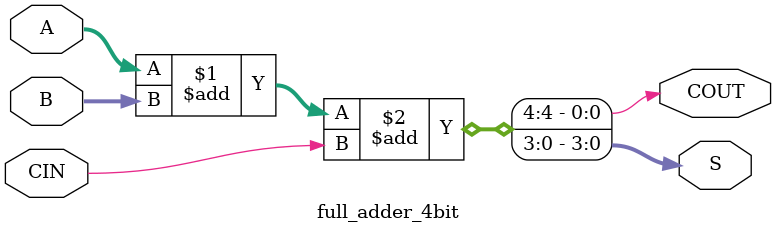
<source format=v>

module full_adder_4bit(S, COUT, A, B, CIN); 
    input [3:0] A, B;
    input CIN;
    output [3:0] S;
    output COUT;

    assign {COUT, S} = A + B + CIN;    
endmodule
</source>
